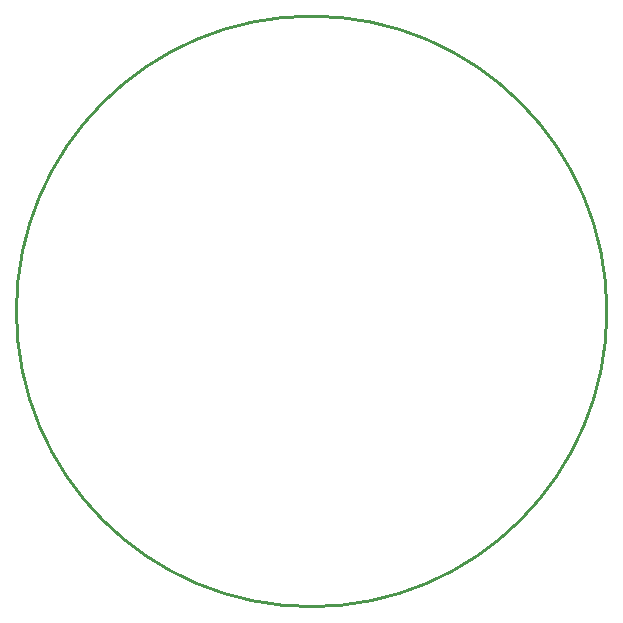
<source format=gko>
G04 Layer: BoardOutlineLayer*
G04 EasyEDA Pro v1.9.29.eba1c1, 2023-07-30 16:19:25*
G04 Gerber Generator version 0.3*
G04 Scale: 100 percent, Rotated: No, Reflected: No*
G04 Dimensions in millimeters*
G04 Leading zeros omitted, absolute positions, 3 integers and 3 decimals*
%FSLAX33Y33*%
%MOMM*%
%ADD10C,0.254*%
G75*


G04 Circle Start*
G54D10*
G01X-25000Y0D02*
G03X25000Y0I25000J0D01*
G03X-25000I-25000J0D01*
G04 Circle End*

M02*

</source>
